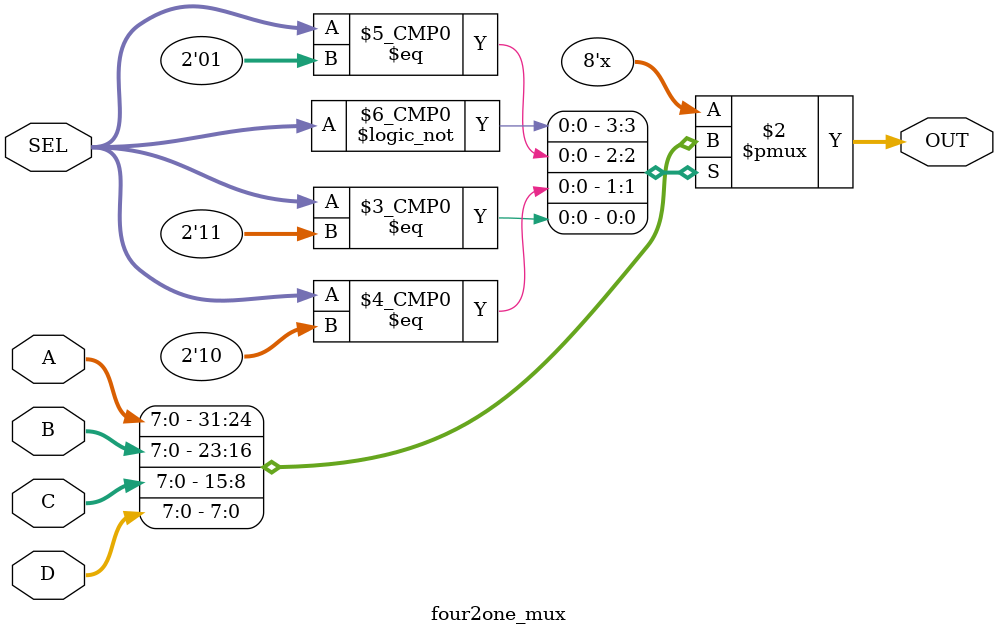
<source format=sv>
module four2one_mux
 #(parameter n = 8)(
  input[1:0] SEL,
  input[n-1:0] A,B,C,D,
  output logic[n-1:0] OUT
);

  always_comb case(SEL)
	0: OUT = A;
	1: OUT = B;
	2: OUT = C;
	3: OUT = D;
  endcase

endmodule 
</source>
